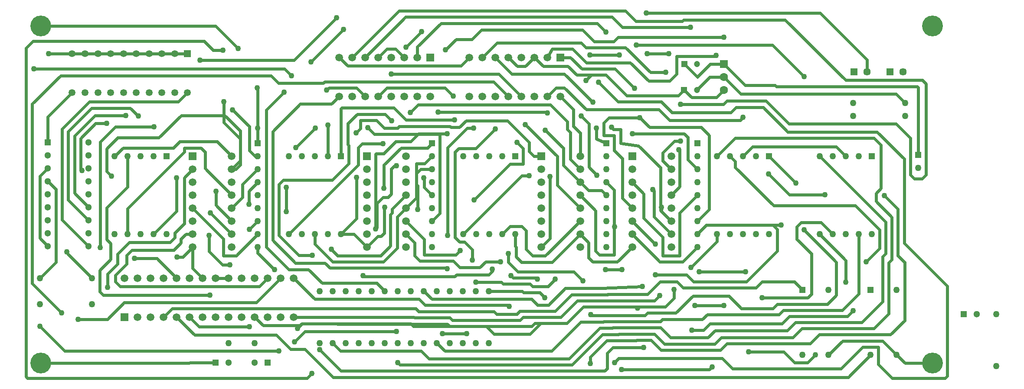
<source format=gbl>
G04*
G04 #@! TF.GenerationSoftware,Altium Limited,Altium Designer,22.10.1 (41)*
G04*
G04 Layer_Physical_Order=2*
G04 Layer_Color=16711680*
%FSLAX44Y44*%
%MOMM*%
G71*
G04*
G04 #@! TF.SameCoordinates,F08F2889-53CF-420F-BFEE-BD02D6E72818*
G04*
G04*
G04 #@! TF.FilePolarity,Positive*
G04*
G01*
G75*
%ADD13C,0.6000*%
%ADD25R,1.3500X1.3500*%
%ADD26C,1.3500*%
%ADD29C,1.2000*%
%ADD30R,1.2000X1.2000*%
%ADD31R,1.3000X1.3000*%
%ADD32C,1.3000*%
%ADD33C,1.4500*%
%ADD34R,1.4500X1.4500*%
%ADD37C,1.2700*%
%ADD38R,1.2700X1.2700*%
%ADD39R,1.2700X1.2700*%
%ADD40C,4.0640*%
%ADD41R,1.5000X1.5000*%
%ADD42C,1.5000*%
%ADD43C,1.6000*%
%ADD44R,1.6000X1.6000*%
%ADD45R,1.5000X1.5000*%
%ADD46C,1.1000*%
D13*
X1249194Y-400794D02*
Y-317198D01*
X1251458Y-403058D02*
X1270400Y-422000D01*
X1249194Y-400794D02*
X1251458Y-403058D01*
X429260Y-261454D02*
Y-245198D01*
Y-303740D02*
Y-261454D01*
Y-312000D02*
Y-303740D01*
X396941Y-214972D02*
Y-188410D01*
Y-229135D02*
Y-214972D01*
X399034D01*
X313690D02*
X396941D01*
X1114087Y-136062D02*
X1143087D01*
X1085755D02*
X1114087D01*
X446601Y-283875D02*
X460563Y-297837D01*
X1159002Y-433158D02*
Y-361402D01*
Y-488150D02*
Y-433158D01*
X1468628Y-429856D02*
X1485141D01*
X1338744D02*
X1468628D01*
X622300Y-101600D02*
X638898Y-118198D01*
X859702D01*
X876300Y-101600D01*
X463400Y-269600D02*
Y-239610D01*
Y-162498D01*
X461772Y-160870D02*
X463400Y-162498D01*
X625600Y-447400D02*
X656082Y-416918D01*
Y-336638D01*
X1016400Y-472800D02*
X1033272Y-455928D01*
Y-334860D01*
X1124204Y-261200D02*
Y-239610D01*
Y-261200D02*
X1143400Y-269600D01*
X965600Y-470854D02*
Y-447400D01*
Y-470854D02*
X967254Y-472508D01*
Y-491446D02*
Y-472508D01*
Y-491446D02*
X977863Y-502055D01*
X1037945D01*
X1092600Y-447400D01*
X1270400Y-371200D02*
X1287018Y-354582D01*
Y-283806D01*
X1285240Y-282028D02*
X1287018Y-283806D01*
X1709635Y-172936D02*
X1727200Y-190500D01*
X1406035Y-172936D02*
X1709635D01*
X1373500Y-140400D02*
X1406035Y-172936D01*
X1345100Y-140400D02*
X1373500D01*
X1320400Y-165100D02*
X1345100Y-140400D01*
X709168Y-357974D02*
Y-312281D01*
X742950Y-278499D01*
X794500D01*
X803400Y-269600D01*
X370672Y-405472D02*
X412600Y-447400D01*
X370586Y-405472D02*
X370672D01*
X381000Y-40000D02*
X425030Y-84030D01*
X40000Y-40000D02*
X381000D01*
X752348Y-81876D02*
X783336Y-50888D01*
X923632Y-148932D02*
X952500Y-177800D01*
X593936Y-148932D02*
X923632D01*
X591120Y-151748D02*
X593936Y-148932D01*
X503536Y-151748D02*
X591120D01*
X489205Y-137418D02*
X503536Y-151748D01*
X78184Y-137418D02*
X489205D01*
X22750Y-192852D02*
X78184Y-137418D01*
X22750Y-543792D02*
Y-192852D01*
Y-543792D02*
X80518Y-601560D01*
X712217Y-212433D02*
X724916Y-225132D01*
X657350Y-212433D02*
X712217D01*
X639400Y-230384D02*
X657350Y-212433D01*
X639400Y-272350D02*
Y-230384D01*
Y-272350D02*
X640950Y-273900D01*
Y-309352D02*
Y-273900D01*
X608838Y-341464D02*
X640950Y-309352D01*
X513058Y-341464D02*
X608838D01*
X504422Y-350100D02*
X513058Y-341464D01*
X504422Y-449702D02*
Y-350100D01*
Y-449702D02*
X543758Y-489038D01*
X569468D01*
X933792Y-133692D02*
X977900Y-177800D01*
X723900Y-133692D02*
X933792D01*
X375890Y-87188D02*
X395456D01*
X358530Y-69828D02*
X375890Y-87188D01*
X24240Y-69828D02*
X358530D01*
X10668Y-83400D02*
X24240Y-69828D01*
X10668Y-726274D02*
Y-83400D01*
Y-726274D02*
X13716Y-729322D01*
X559562D01*
X568706Y-720178D01*
X695794Y-543394D02*
X711200Y-558800D01*
X589026Y-543394D02*
X695794D01*
X562356Y-516724D02*
X589026Y-543394D01*
X524256Y-516724D02*
X562356D01*
X480060Y-472528D02*
X524256Y-516724D01*
X480060Y-472528D02*
Y-204258D01*
X514812Y-169506D01*
X698500Y-177800D02*
X715154Y-161146D01*
X828824D01*
X844550Y-176872D01*
X871982Y-240118D02*
X884682D01*
X834136Y-277964D02*
X871982Y-240118D01*
X834136Y-449922D02*
Y-277964D01*
X1128587Y-150563D02*
X1166665Y-188640D01*
X1251037D01*
X1271896Y-209500D01*
X1386454D01*
X1396479Y-199475D01*
X1449782D01*
X1497707Y-247400D01*
X1672298D01*
X1725250Y-300351D01*
Y-464990D02*
Y-300351D01*
Y-464990D02*
X1809496Y-549236D01*
Y-724750D02*
Y-549236D01*
X1804924Y-729322D02*
X1809496Y-724750D01*
X1701800Y-729322D02*
X1804924D01*
X1674950Y-702472D02*
X1701800Y-729322D01*
X1674950Y-702472D02*
Y-668150D01*
X1644250D02*
X1674950D01*
X1601549Y-710850D02*
X1644250Y-668150D01*
X1390144Y-710850D02*
X1601549D01*
X1369909Y-690615D02*
X1390144Y-710850D01*
X1167760Y-690615D02*
X1369909D01*
X1159787Y-698588D02*
X1167760Y-690615D01*
X656424Y-161124D02*
X673100Y-177800D01*
X602488Y-161124D02*
X656424D01*
X597916Y-165696D02*
X602488Y-161124D01*
X515896Y-123808D02*
X529336Y-137248D01*
X25908Y-123808D02*
X515896D01*
X38354Y-627722D02*
X86614Y-675982D01*
X504444D01*
X535178Y-657948D02*
X555026Y-638101D01*
X733500D01*
X831636Y-513462D02*
X833374Y-515200D01*
X604052Y-513462D02*
X831636D01*
X594360Y-503770D02*
X604052Y-513462D01*
X536702Y-503770D02*
X594360D01*
X492422Y-459490D02*
X536702Y-503770D01*
X492422Y-459490D02*
Y-246719D01*
X546244Y-192896D01*
X607204D01*
X622300Y-177800D01*
X1111504Y-96862D02*
X1169416D01*
X1201928Y-77050D02*
X1467866D01*
X1530096Y-139280D01*
Y-439254D02*
X1592834Y-501992D01*
Y-566508D02*
Y-501992D01*
X1575192Y-584150D02*
X1592834Y-566508D01*
X1477193Y-584150D02*
X1575192D01*
X1468650Y-592692D02*
X1477193Y-584150D01*
X1407249Y-592692D02*
X1468650D01*
X1382941Y-568385D02*
X1407249Y-592692D01*
X1312659Y-568385D02*
X1382941D01*
X1279483Y-601561D02*
X1312659Y-568385D01*
X1224241Y-601561D02*
X1279483D01*
X1219241Y-606561D02*
X1224241Y-601561D01*
X1114981Y-606561D02*
X1219241D01*
X1113272Y-604852D02*
X1114981Y-606561D01*
X1029914Y-550043D02*
X1044188Y-535768D01*
X999580Y-550043D02*
X1029914D01*
X994325Y-544788D02*
X999580Y-550043D01*
X942152Y-544788D02*
X994325D01*
X938788Y-541424D02*
X942152Y-544788D01*
X889000Y-541424D02*
X938788D01*
X567436Y-110531D02*
X630892Y-47075D01*
X1614438Y-608150D02*
X1625092Y-597496D01*
X1501193Y-608150D02*
X1614438D01*
X1486447Y-622896D02*
X1501193Y-608150D01*
X1346392Y-622896D02*
X1486447D01*
X1333692Y-635596D02*
X1346392Y-622896D01*
X1310686Y-635596D02*
X1333692D01*
X1014417Y-562043D02*
X1023874Y-571500D01*
X982325Y-562043D02*
X1014417D01*
X979082Y-558800D02*
X982325Y-562043D01*
X914400Y-558800D02*
X979082D01*
X1153563Y-238248D02*
X1157565Y-242250D01*
X1171364D01*
Y-269914D02*
Y-242250D01*
Y-269914D02*
X1206681Y-274684D01*
X1249194Y-317198D01*
X1073477Y-301277D02*
X1092600Y-320400D01*
X1073477Y-301277D02*
Y-248580D01*
X1067396Y-242500D02*
X1073477Y-248580D01*
X1067396Y-242500D02*
Y-227346D01*
X1034426Y-194376D02*
X1067396Y-227346D01*
X776246Y-194376D02*
X1034426D01*
X761238Y-209384D02*
X776246Y-194376D01*
X957484Y-528758D02*
X961514Y-532788D01*
X1006156D01*
X1008888Y-535520D01*
X951773Y-586609D02*
X954278Y-589114D01*
X789975Y-586609D02*
X951773D01*
X777748Y-574382D02*
X789975Y-586609D01*
X574382Y-574382D02*
X777748D01*
X533400Y-533400D02*
X574382Y-574382D01*
X1237764Y-577408D02*
X1247648Y-567524D01*
X1156045Y-577408D02*
X1237764D01*
X1155892Y-577561D02*
X1156045Y-577408D01*
X1086848Y-577561D02*
X1155892D01*
X1054408Y-610000D02*
X1086848Y-577561D01*
X980778Y-610000D02*
X1054408D01*
X975164Y-615614D02*
X980778Y-610000D01*
X842860Y-615614D02*
X975164D01*
X838200Y-610954D02*
X842860Y-615614D01*
X769227Y-610954D02*
X838200D01*
X767874Y-609600D02*
X769227Y-610954D01*
X533400Y-609600D02*
X767874D01*
X1092600Y-295000D02*
Y-249507D01*
X1079396Y-236303D02*
X1092600Y-249507D01*
X1079396Y-236303D02*
Y-203097D01*
X1054100Y-177800D02*
X1079396Y-203097D01*
X1143087Y-136062D02*
X1183665Y-176640D01*
X1103684Y-146465D02*
X1114087Y-136062D01*
X1003300Y-101600D02*
X1020763Y-119063D01*
X1068756D01*
X1085755Y-136062D01*
X1183665Y-176640D02*
X1283860D01*
X1295400Y-165100D01*
X55186Y-94000D02*
X101000D01*
X367792Y-480910D02*
Y-449668D01*
Y-480910D02*
X394462Y-507580D01*
X408432D01*
X447040Y-438360D02*
X463400Y-422000D01*
X460563Y-297837D02*
X463400Y-295000D01*
X446601Y-283875D02*
Y-236904D01*
X413747Y-204050D02*
X446601Y-236904D01*
X305054Y-402546D02*
Y-337654D01*
X260200Y-447400D02*
X305054Y-402546D01*
X381508Y-390908D02*
X412600Y-422000D01*
X381508Y-390908D02*
Y-363816D01*
X625600Y-295000D02*
Y-202131D01*
X627298Y-200434D01*
X729190D01*
X752641Y-223884D01*
X847322D01*
X847598Y-223608D01*
X524000Y-447400D02*
X659130Y-312270D01*
Y-278218D01*
X666750Y-270598D01*
X707390D01*
X725825Y-397974D02*
X752600Y-371200D01*
X725825Y-406039D02*
Y-397974D01*
X722398Y-409466D02*
X725825Y-406039D01*
X722398Y-470245D02*
Y-409466D01*
X703329Y-489314D02*
X722398Y-470245D01*
X618940Y-489314D02*
X703329D01*
X606552Y-476927D02*
X618940Y-489314D01*
X735838Y-413362D02*
X752600Y-396600D01*
X735838Y-474171D02*
Y-413362D01*
X708547Y-501462D02*
X735838Y-474171D01*
X609397Y-501462D02*
X708547D01*
X574800Y-466865D02*
X609397Y-501462D01*
X574800Y-466865D02*
Y-447400D01*
X752600Y-422000D02*
X788050Y-457450D01*
Y-488150D02*
Y-457450D01*
Y-488150D02*
X849756D01*
X858774Y-479132D01*
X921004Y-519927D02*
Y-515962D01*
X914400Y-526531D02*
X921004Y-519927D01*
X851298Y-526531D02*
X914400D01*
X847248Y-530581D02*
X851298Y-526531D01*
X670681Y-530581D02*
X847248D01*
X668762Y-528662D02*
X670681Y-530581D01*
X1461600Y-295000D02*
X1514094Y-347494D01*
X1156251Y-669225D02*
X1216523D01*
X1145286Y-680189D02*
X1156251Y-669225D01*
X1145286Y-710334D02*
Y-680189D01*
X1140523Y-715098D02*
X1145286Y-710334D01*
X625602Y-715098D02*
X1140523D01*
X584200Y-673696D02*
X625602Y-715098D01*
X1560000Y-295000D02*
X1688950Y-423950D01*
Y-485586D02*
Y-423950D01*
X1683050Y-491486D02*
X1688950Y-485586D01*
X1683050Y-579683D02*
Y-491486D01*
X1642582Y-620150D02*
X1683050Y-579683D01*
X1513193Y-620150D02*
X1642582D01*
X1497133Y-636209D02*
X1513193Y-620150D01*
X1355939Y-636209D02*
X1497133D01*
X1342052Y-650096D02*
X1355939Y-636209D01*
X1269214Y-650096D02*
X1342052D01*
X1249678Y-630561D02*
X1269214Y-650096D01*
X1156466Y-630561D02*
X1249678D01*
X1155548Y-631479D02*
X1156466Y-630561D01*
X1130660Y-631479D02*
X1155548D01*
X1071233Y-690906D02*
X1130660Y-631479D01*
X797362Y-690906D02*
X1071233D01*
X782206Y-675750D02*
X797362Y-690906D01*
X624950Y-675750D02*
X782206D01*
X609600Y-660400D02*
X624950Y-675750D01*
X1360000Y-295000D02*
X1395578Y-259422D01*
X1666240D01*
X1679956Y-273138D01*
Y-357559D02*
Y-273138D01*
X1670050Y-367464D02*
X1679956Y-357559D01*
X1670050Y-383279D02*
Y-367464D01*
Y-383279D02*
X1700950Y-414180D01*
Y-497586D02*
Y-414180D01*
X1695050Y-503486D02*
X1700950Y-497586D01*
X1695050Y-602970D02*
Y-503486D01*
X1665870Y-632150D02*
X1695050Y-602970D01*
X1525193Y-632150D02*
X1665870D01*
X1507946Y-649396D02*
X1525193Y-632150D01*
X1367892Y-649396D02*
X1507946D01*
X1355192Y-662096D02*
X1367892Y-649396D01*
X1257214Y-662096D02*
X1355192D01*
X1237678Y-642561D02*
X1257214Y-662096D01*
X1168466Y-642561D02*
X1237678D01*
X1167548Y-643479D02*
X1168466Y-642561D01*
X1136224Y-643479D02*
X1167548D01*
X1076796Y-702906D02*
X1136224Y-643479D01*
X740664Y-702906D02*
X1076796D01*
X736600Y-698842D02*
X740664Y-702906D01*
X1686814Y-371944D02*
X1712976Y-398106D01*
Y-489800D02*
Y-398106D01*
Y-489800D02*
X1725930Y-502754D01*
Y-616800D02*
Y-502754D01*
X1698580Y-644150D02*
X1725930Y-616800D01*
X1559134Y-644150D02*
X1698580D01*
X1541888Y-661396D02*
X1559134Y-644150D01*
X1378752Y-661396D02*
X1541888D01*
X1366052Y-674096D02*
X1378752Y-661396D01*
X1250588Y-674096D02*
X1366052D01*
X1231138Y-654646D02*
X1250588Y-674096D01*
X1202761Y-654646D02*
X1231138D01*
X1201928Y-655479D02*
X1202761Y-654646D01*
X1144392Y-655479D02*
X1201928D01*
X1112266Y-687605D02*
X1144392Y-655479D01*
X1112266Y-700366D02*
Y-687605D01*
X787400Y-558800D02*
X803209Y-574609D01*
X997982D01*
X1009374Y-586001D01*
X1031074D01*
X1063514Y-553561D01*
X1134450D01*
X1214222Y-549399D01*
X1309156Y-512384D02*
X1360000Y-461539D01*
Y-447400D01*
X812800Y-660400D02*
X828382Y-675982D01*
X1036989D01*
X1093492Y-619479D01*
X1137630D01*
X1138548Y-618561D01*
X1249165D01*
X1253190Y-614536D01*
X1330752D01*
X1340596Y-604692D01*
X1480650D01*
X1489193Y-596150D01*
X1604086D01*
X1636200Y-564036D01*
Y-447400D01*
X1316251Y-587336D02*
X1372870D01*
X1141730Y-516724D02*
X1174242D01*
X823722Y-642454D02*
X870919D01*
X1421130Y-678014D02*
X1490210D01*
X1511046Y-698850D01*
X1536692D01*
X1551940Y-683602D01*
X1611376Y-541150D02*
Y-498776D01*
X1560000Y-447400D02*
X1611376Y-498776D01*
X1059772Y-312972D02*
X1092600Y-345800D01*
X1059772Y-312972D02*
Y-279115D01*
X1024738Y-244080D02*
X1059772Y-279115D01*
X978318Y-333082D02*
X992970D01*
X864000Y-447400D02*
X978318Y-333082D01*
X952754Y-502279D02*
Y-485354D01*
Y-502279D02*
X971263Y-520788D01*
X1080008D01*
X1097788Y-538568D01*
X1159002Y-433158D02*
X1159510D01*
X1143400Y-345800D02*
X1159002Y-361402D01*
X1615810Y-727290D02*
X1659600Y-683500D01*
X610362Y-727290D02*
X1615810D01*
X555520Y-672448D02*
X610362Y-727290D01*
X527050Y-672448D02*
X555520D01*
X499596Y-644994D02*
X527050Y-672448D01*
X340194Y-644994D02*
X499596D01*
X304800Y-609600D02*
X340194Y-644994D01*
X266534Y-495134D02*
X304800Y-533400D01*
X222250Y-495134D02*
X266534D01*
X155362Y-473798D02*
Y-267167D01*
X185205Y-237324D01*
X260840D01*
X350012Y-107044D02*
X534140D01*
X617474Y-23710D01*
X1221994Y-14566D02*
X1561084D01*
X1652700Y-106182D01*
Y-130000D02*
Y-106182D01*
X53625Y-217575D02*
X101000Y-170200D01*
X53625Y-267600D02*
Y-217575D01*
X146683Y-230849D02*
X168402D01*
X117348Y-260184D02*
X146683Y-230849D01*
X117348Y-320128D02*
Y-260184D01*
Y-320128D02*
X120142Y-322922D01*
X105348Y-366948D02*
X133000Y-394600D01*
X105348Y-366948D02*
Y-255213D01*
X145335Y-215226D01*
X205974D01*
X93348Y-380348D02*
X133000Y-420000D01*
X93348Y-380348D02*
Y-246291D01*
X139079Y-200560D01*
X214276D01*
X229958Y-216242D01*
X814832Y-208876D02*
X1027430D01*
X1028700Y-210146D01*
X1126283Y-34679D02*
X1143254Y-51650D01*
X820834Y-34679D02*
X1126283D01*
X774700Y-80812D02*
X820834Y-34679D01*
X774700Y-101600D02*
Y-80812D01*
X1325118Y-520788D02*
X1415796D01*
X1223518Y-94068D02*
X1265428D01*
X1175258Y-43014D02*
X1307846D01*
X1154923Y-22679D02*
X1175258Y-43014D01*
X752021Y-22679D02*
X1154923D01*
X673100Y-101600D02*
X752021Y-22679D01*
X901700Y-101600D02*
X930200Y-73100D01*
X1094619D01*
X1103880Y-82362D01*
X1181100D01*
X1229667Y-130928D01*
X1259536D01*
X1321200Y-447400D02*
X1338744Y-429856D01*
X1468628D02*
X1477010Y-438238D01*
Y-480348D02*
Y-438238D01*
X1417036Y-540322D02*
X1477010Y-480348D01*
X1313641Y-540322D02*
X1417036D01*
X1299950Y-526630D02*
X1313641Y-540322D01*
X1239012Y-526630D02*
X1299950D01*
X1238886Y-466686D02*
X1239012D01*
X1194200Y-422000D02*
X1238886Y-466686D01*
X1356360Y-99148D02*
X1357630Y-97878D01*
X1280668Y-99148D02*
X1356360D01*
X1280668Y-134200D02*
Y-99148D01*
X1266952Y-147916D02*
X1280668Y-134200D01*
X1226388Y-147916D02*
X1266952D01*
X1190534Y-112062D02*
X1226388Y-147916D01*
X1104900Y-112062D02*
X1190534D01*
X1077937Y-85100D02*
X1104900Y-112062D01*
X1037590Y-85100D02*
X1077937D01*
X1028700Y-101600D02*
X1037590Y-85100D01*
X1061445Y-133671D02*
X1117092Y-189318D01*
X959171Y-133671D02*
X1061445D01*
X927100Y-101600D02*
X959171Y-133671D01*
X1292699Y-501300D02*
X1321200Y-472800D01*
X1248100Y-501300D02*
X1292699D01*
X1194200Y-447400D02*
X1248100Y-501300D01*
X112776Y-613752D02*
X169672D01*
X202328Y-581096D01*
X460304D01*
X508000Y-533400D01*
X1385400Y-295000D02*
X1395222Y-304822D01*
Y-316572D02*
Y-304822D01*
Y-316572D02*
X1470406Y-391756D01*
X1629918D01*
X1676950Y-438788D01*
Y-475534D02*
Y-438788D01*
X1650746Y-501738D02*
X1676950Y-475534D01*
X1460246Y-329526D02*
X1501394Y-370674D01*
X1570482D01*
X1344422Y-712558D02*
X1350010Y-706970D01*
X1173734Y-712558D02*
X1344422D01*
X789194Y-309206D02*
X803400Y-295000D01*
X772668Y-309206D02*
X789194D01*
X772668Y-349592D02*
Y-309206D01*
Y-349592D02*
X775716Y-352640D01*
Y-398884D02*
Y-352640D01*
X803400Y-422000D02*
X818896Y-406504D01*
Y-253326D01*
X817204Y-251634D02*
X818896Y-253326D01*
X690712Y-251634D02*
X817204D01*
X678012Y-238934D02*
X690712Y-251634D01*
X600200Y-295000D02*
Y-233878D01*
X1275588Y-572604D02*
Y-555586D01*
X1258632Y-589561D02*
X1275588Y-572604D01*
X1098866Y-589561D02*
X1258632D01*
X1066292Y-622134D02*
X1098866Y-589561D01*
X1004062Y-622134D02*
X1066292D01*
X998474Y-627722D02*
X1004062Y-622134D01*
X767334Y-627722D02*
X998474D01*
X762000Y-622388D02*
X767334Y-627722D01*
X549050Y-622388D02*
X762000D01*
X545338Y-626101D02*
X549050Y-622388D01*
X473700Y-626101D02*
X545338D01*
X457200Y-609600D02*
X473700Y-626101D01*
X330200Y-609600D02*
X349084Y-628484D01*
X446532D01*
X540766Y-631532D02*
X549910Y-622388D01*
X617982D01*
X618998Y-623404D01*
X833374D01*
X837692Y-627722D01*
X908812D01*
X924306Y-643216D01*
X994918D01*
X1016000Y-622134D01*
X1066292D01*
X1098866Y-589561D01*
X1167892D01*
X1168045Y-589408D01*
X1202222D01*
X1204722Y-591908D01*
X1251458Y-403058D02*
Y-394804D01*
X693166Y-437222D02*
X695706Y-434682D01*
Y-387184D01*
X707544Y-375346D01*
X717550D01*
X723900Y-368996D01*
Y-319839D01*
X730250Y-313489D01*
X733806D01*
X885698Y-380326D02*
X955674Y-310350D01*
X980950D01*
Y-279488D01*
X969265Y-267803D02*
X980950Y-279488D01*
X985774Y-233006D02*
X1047772Y-295004D01*
Y-351772D02*
Y-295004D01*
Y-351772D02*
X1092600Y-396600D01*
X1109704Y-316042D02*
X1125474Y-331812D01*
X1109704Y-316042D02*
Y-231714D01*
X1094508Y-216518D02*
X1109704Y-231714D01*
X1054100Y-101600D02*
X1073556D01*
X1096019Y-124062D02*
X1160802D01*
X1198880Y-162140D01*
X1148886Y-219290D02*
X1208786D01*
X1138726Y-229450D02*
X1148886Y-219290D01*
X1138726Y-254250D02*
Y-229450D01*
Y-254250D02*
X1159256D01*
Y-284060D02*
Y-254250D01*
Y-284060D02*
X1174750Y-299554D01*
Y-377150D02*
Y-299554D01*
Y-377150D02*
X1194200Y-396600D01*
X466002Y-549998D02*
X482600Y-533400D01*
X194564Y-549998D02*
X466002D01*
X185166Y-540600D02*
X194564Y-549998D01*
X185166Y-540600D02*
Y-527900D01*
X207010Y-506056D01*
Y-488530D01*
X217170Y-478370D01*
X299466D01*
X313436Y-464400D01*
Y-457034D01*
X323070Y-447400D01*
X336400D01*
X317114Y-492086D02*
X336400Y-472800D01*
X305308Y-492086D02*
X317114D01*
X463400Y-484316D02*
Y-472800D01*
Y-484316D02*
X495808Y-516724D01*
X161908Y-566508D02*
X370078D01*
X155050Y-559650D02*
X161908Y-566508D01*
X155050Y-559650D02*
Y-518050D01*
X176276Y-496824D01*
Y-465670D01*
X168402Y-457796D02*
X176276Y-465670D01*
X168402Y-457796D02*
Y-395820D01*
X209400Y-354822D01*
Y-295000D01*
X168650Y-324700D02*
X177546Y-333596D01*
X168650Y-324700D02*
Y-280202D01*
X189938Y-258914D01*
X269748D01*
X313690Y-214972D01*
X399034D02*
X429260Y-245198D01*
X412600Y-320400D02*
X429260Y-303740D01*
X170301Y-551135D02*
Y-524985D01*
X189291Y-505995D01*
Y-486392D01*
X212123Y-463560D01*
X292100D01*
X301322Y-454339D01*
Y-445098D01*
X319786Y-426633D01*
Y-337014D01*
X336400Y-320400D01*
X1234694Y-360260D02*
X1236871Y-362437D01*
Y-413871D02*
Y-362437D01*
Y-413871D02*
X1270400Y-447400D01*
X184000Y-295000D02*
X200501Y-278499D01*
X298425D01*
X310425Y-266500D01*
X384100D01*
X412600Y-295000D01*
X209400Y-447400D02*
Y-396986D01*
X319786Y-286600D01*
Y-278499D01*
X352325D01*
X360426Y-286600D01*
Y-319026D02*
Y-286600D01*
Y-319026D02*
X412600Y-371200D01*
X1302866Y-302066D02*
X1321200Y-320400D01*
X1302866Y-302066D02*
Y-257994D01*
X1295400Y-250528D02*
X1302866Y-257994D01*
X1194200Y-250528D02*
X1295400D01*
X1073556Y-101600D02*
X1096019Y-124062D01*
X1208786Y-219290D02*
X1228024Y-238528D01*
X1328862D01*
X1344422Y-254088D01*
Y-398778D02*
Y-254088D01*
X1321200Y-422000D02*
X1344422Y-398778D01*
X647700Y-101600D02*
X738798Y-10502D01*
X1181100D01*
X1201420Y-30822D01*
X1292098D01*
X1294638Y-28282D01*
X1492900D01*
X1610868Y-146250D01*
X1760982D01*
X1768094Y-153362D01*
Y-331050D02*
Y-153362D01*
X1760220Y-338924D02*
X1768094Y-331050D01*
X1745124Y-338924D02*
X1760220D01*
X1737250Y-331050D02*
X1745124Y-338924D01*
X1737250Y-331050D02*
Y-259422D01*
X1709310Y-231482D02*
X1737250Y-259422D01*
X1500124Y-231482D02*
X1709310D01*
X1455420Y-186778D02*
X1500124Y-231482D01*
X1378966Y-186778D02*
X1455420D01*
X1372616Y-193128D02*
X1378966Y-186778D01*
X1288288Y-193128D02*
X1372616D01*
X1276801Y-265264D02*
X1288288D01*
X1253899Y-288165D02*
X1276801Y-265264D01*
X1253899Y-303899D02*
Y-288165D01*
Y-303899D02*
X1270400Y-320400D01*
X882396Y-497928D02*
Y-478116D01*
X867156Y-462876D02*
X882396Y-478116D01*
X857250Y-462876D02*
X867156D01*
X848636Y-454262D02*
X857250Y-462876D01*
X848636Y-454262D02*
Y-286578D01*
X855726Y-279488D01*
X889000D01*
X927100Y-241388D01*
X1447546Y-572096D02*
X1536700D01*
X1543812Y-564984D01*
Y-485596D01*
X1515364Y-457148D02*
X1543812Y-485596D01*
X1515364Y-457148D02*
Y-432650D01*
X1523492Y-424522D01*
X1562522D01*
X1585400Y-447400D01*
X1510954Y-540854D02*
X1526600Y-556500D01*
X1447314Y-540854D02*
X1510954D01*
X1435847Y-552322D02*
X1447314Y-540854D01*
X1293321Y-552322D02*
X1435847D01*
X1281854Y-540854D02*
X1293321Y-552322D01*
X1248619Y-540854D02*
X1281854D01*
X1224066Y-565408D02*
X1248619Y-540854D01*
X1146603Y-565408D02*
X1224066D01*
X1146450Y-565561D02*
X1146603Y-565408D01*
X1076214Y-565561D02*
X1146450D01*
X1043774Y-598000D02*
X1076214Y-565561D01*
X974621Y-598000D02*
X1043774D01*
X969007Y-603614D02*
X974621Y-598000D01*
X929503Y-603614D02*
X969007D01*
X924498Y-598609D02*
X929503Y-603614D01*
X777440Y-598609D02*
X924498D01*
X771926Y-593096D02*
X777440Y-598609D01*
X295904Y-593096D02*
X771926D01*
X279400Y-609600D02*
X295904Y-593096D01*
X1028700Y-177800D02*
X1045376Y-161124D01*
X1061655D01*
X1104349Y-203818D01*
X1246554D01*
X1267173Y-224438D01*
X1405060D01*
X1410716Y-218782D01*
X1166618Y-61810D02*
X1372870D01*
X1158066Y-70362D02*
X1166618Y-61810D01*
X1119967Y-70362D02*
X1158066D01*
X1097181Y-47576D02*
X1119967Y-70362D01*
X900211Y-47576D02*
X1097181D01*
X881656Y-66131D02*
X900211Y-47576D01*
X850389Y-66131D02*
X881656D01*
X829564Y-86956D02*
X850389Y-66131D01*
X777240Y-251040D02*
X833120D01*
X761780Y-266500D02*
X777240Y-251040D01*
X732317Y-266500D02*
X761780D01*
X709327Y-289489D02*
X732317Y-266500D01*
X694269Y-289489D02*
X709327D01*
X692912Y-290846D02*
X694269Y-289489D01*
X692912Y-437222D02*
Y-290846D01*
X1295800Y-114300D02*
X1321288Y-139788D01*
X1346075Y-115000D01*
X1373500D01*
X53625Y-343800D02*
X69342Y-359517D01*
Y-502158D02*
Y-359517D01*
X38100Y-533400D02*
X69342Y-502158D01*
X518922Y-403186D02*
Y-356196D01*
X537718Y-277710D02*
X575818Y-239610D01*
X90170Y-483870D02*
X139700Y-533400D01*
X90170Y-483870D02*
Y-481945D01*
X1002302Y-295000D02*
X1016400D01*
X992950Y-285648D02*
X1002302Y-295000D01*
X992950Y-285648D02*
Y-267650D01*
X950432Y-225132D02*
X992950Y-267650D01*
X869950Y-225132D02*
X950432D01*
X856742Y-238340D02*
X869950Y-225132D01*
X840486Y-238340D02*
X856742D01*
X838454Y-236308D02*
X840486Y-238340D01*
X739388Y-236308D02*
X838454D01*
X736062Y-239634D02*
X739388Y-236308D01*
X710387Y-239634D02*
X736062D01*
X695187Y-224433D02*
X710387Y-239634D01*
X663512Y-224433D02*
X695187D01*
X663512Y-240816D02*
Y-224433D01*
X654812Y-249516D02*
X663512Y-240816D01*
X1092600Y-371200D02*
X1122934Y-401534D01*
Y-480784D02*
Y-401534D01*
Y-480784D02*
X1130300Y-488150D01*
X1159002D01*
X412600Y-320400D02*
X420860D01*
X429260Y-312000D01*
X396941Y-229135D02*
X429260Y-261454D01*
X1726900Y-700000D02*
X1780000D01*
X1710400Y-683500D02*
X1726900Y-700000D01*
X336400Y-396600D02*
X396100Y-456299D01*
Y-489300D02*
Y-456299D01*
Y-489300D02*
X421500D01*
X463400Y-447400D01*
X1092600Y-345800D02*
X1109010Y-362210D01*
X1134410D01*
X1143400Y-371200D01*
X38100Y-333925D02*
X53625Y-318400D01*
X38100Y-455275D02*
Y-333925D01*
Y-455275D02*
X53625Y-470800D01*
X781050Y-320400D02*
X803400D01*
X772668Y-328782D02*
X781050Y-320400D01*
X772668Y-376532D02*
Y-328782D01*
X752600Y-396600D02*
X772668Y-376532D01*
X787908Y-355708D02*
X803400Y-371200D01*
X787908Y-355708D02*
Y-337908D01*
X787400Y-337400D02*
X787908Y-337908D01*
X1194200Y-345800D02*
X1216660Y-368260D01*
Y-416394D02*
Y-368260D01*
Y-416394D02*
X1253744Y-453478D01*
Y-489300D02*
Y-453478D01*
Y-489300D02*
X1286900D01*
Y-405499D01*
X1321200Y-371200D01*
X330551Y-698500D02*
X381000D01*
X329052Y-700000D02*
X330551Y-698500D01*
X40000Y-700000D02*
X329052D01*
X940200Y-447400D02*
X955712Y-431888D01*
X978408D01*
X986994Y-440474D01*
Y-477100D02*
Y-440474D01*
Y-477100D02*
X999949Y-490055D01*
X1024545D01*
X1092600Y-422000D01*
X307666Y-188534D02*
X326000Y-170200D01*
X134134Y-188534D02*
X307666D01*
X81348Y-241320D02*
X134134Y-188534D01*
X81348Y-419148D02*
Y-241320D01*
Y-419148D02*
X133000Y-470800D01*
X625600Y-447400D02*
X651000D01*
X676400Y-472800D01*
X1752600Y-292100D02*
Y-160108D01*
X1750742Y-158250D02*
X1752600Y-160108D01*
X1475185Y-158250D02*
X1750742D01*
X1473216Y-156282D02*
X1475185Y-158250D01*
X1414781Y-156282D02*
X1473216D01*
X1373500Y-115000D02*
X1414781Y-156282D01*
X1092600Y-447400D02*
X1109218Y-464018D01*
Y-493514D02*
Y-464018D01*
Y-493514D02*
X1117600Y-501896D01*
X1165104D01*
X1194200Y-472800D01*
X710184Y-395820D02*
X710946Y-395058D01*
X710184Y-445350D02*
Y-395820D01*
X703786Y-451748D02*
X710184Y-445350D01*
X697451Y-451748D02*
X703786D01*
X676400Y-472800D02*
X697451Y-451748D01*
X752600Y-447400D02*
X769112Y-463912D01*
Y-489800D02*
Y-463912D01*
Y-489800D02*
X779526Y-500214D01*
X844804D01*
X857250Y-512660D01*
X896874D01*
X908304Y-501230D01*
X937006D01*
X1577400Y-683500D02*
X1604750Y-656150D01*
X1683050D01*
X1710400Y-683500D01*
X1592240Y-276440D02*
X1610800Y-295000D01*
X1429360Y-276440D02*
X1592240D01*
X1410800Y-295000D02*
X1429360Y-276440D01*
X952500Y-101600D02*
X970071Y-119171D01*
X985729D01*
X1003300Y-101600D01*
X433578Y-350222D02*
X463400Y-320400D01*
X433578Y-375622D02*
Y-350222D01*
X412600Y-396600D02*
X433578Y-375622D01*
X445770Y-388708D02*
Y-363430D01*
X463400Y-345800D01*
X1359148Y-180152D02*
X1373500Y-165800D01*
X1310452Y-180152D02*
X1359148D01*
X1295400Y-165100D02*
X1310452Y-180152D01*
X336400Y-514200D02*
X355600Y-533400D01*
X336400Y-514200D02*
Y-472800D01*
X732624Y-84924D02*
X749300Y-101600D01*
X715176Y-84924D02*
X732624D01*
X698500Y-101600D02*
X715176Y-84924D01*
X251000Y-94000D02*
X276000D01*
X301000D01*
X326000D01*
X381000Y-533400D02*
X406400D01*
X226000Y-94000D02*
X251000D01*
X201000D02*
X226000D01*
X176000D02*
X201000D01*
X101000D02*
X126000D01*
X151000D02*
X176000D01*
X126000D02*
X151000D01*
D25*
X326000D02*
D03*
D26*
X301000D02*
D03*
X276000D02*
D03*
X251000D02*
D03*
X226000D02*
D03*
X201000D02*
D03*
X176000D02*
D03*
X151000D02*
D03*
X126000D02*
D03*
X101000D02*
D03*
Y-170200D02*
D03*
X126000D02*
D03*
X151000D02*
D03*
X176000D02*
D03*
X201000D02*
D03*
X226000D02*
D03*
X251000D02*
D03*
X276000D02*
D03*
X301000D02*
D03*
X326000D02*
D03*
D29*
X1320400Y-165100D02*
D03*
X1320800Y-114300D02*
D03*
D30*
X1295400Y-165100D02*
D03*
X1295800Y-114300D02*
D03*
D31*
X1841500Y-604100D02*
D03*
X381000Y-698500D02*
D03*
X482600D02*
D03*
X53625Y-267600D02*
D03*
D32*
X1866900Y-604100D02*
D03*
X406400Y-698500D02*
D03*
X457200D02*
D03*
X53625Y-293000D02*
D03*
Y-318400D02*
D03*
Y-343800D02*
D03*
Y-369200D02*
D03*
Y-394600D02*
D03*
Y-420000D02*
D03*
Y-445400D02*
D03*
Y-470800D02*
D03*
X133000D02*
D03*
Y-445400D02*
D03*
Y-420000D02*
D03*
Y-394600D02*
D03*
Y-369200D02*
D03*
Y-343800D02*
D03*
Y-318400D02*
D03*
Y-293000D02*
D03*
Y-267600D02*
D03*
D33*
X1722700Y-130000D02*
D03*
X1652700D02*
D03*
D34*
X1697300D02*
D03*
X1627300D02*
D03*
D37*
X1905000Y-604100D02*
D03*
Y-705700D02*
D03*
X463400Y-295000D02*
D03*
Y-320400D02*
D03*
Y-345800D02*
D03*
Y-371200D02*
D03*
Y-396600D02*
D03*
Y-422000D02*
D03*
Y-447400D02*
D03*
Y-472800D02*
D03*
X803400Y-295000D02*
D03*
Y-320400D02*
D03*
Y-345800D02*
D03*
Y-371200D02*
D03*
Y-396600D02*
D03*
Y-422000D02*
D03*
Y-447400D02*
D03*
Y-472800D02*
D03*
X1143400Y-295000D02*
D03*
Y-320400D02*
D03*
Y-345800D02*
D03*
Y-371200D02*
D03*
Y-396600D02*
D03*
Y-422000D02*
D03*
Y-447400D02*
D03*
Y-472800D02*
D03*
X1321200Y-295000D02*
D03*
Y-320400D02*
D03*
Y-345800D02*
D03*
Y-371200D02*
D03*
Y-396600D02*
D03*
Y-422000D02*
D03*
Y-447400D02*
D03*
Y-472800D02*
D03*
X1526600Y-683500D02*
D03*
X1577400Y-556500D02*
D03*
Y-683500D02*
D03*
X1659600D02*
D03*
X1710400Y-556500D02*
D03*
Y-683500D02*
D03*
X1752600Y-317500D02*
D03*
X406400Y-660400D02*
D03*
X457200D02*
D03*
X584200D02*
D03*
Y-558800D02*
D03*
X609600D02*
D03*
Y-660400D02*
D03*
X635000D02*
D03*
Y-558800D02*
D03*
X660400D02*
D03*
Y-660400D02*
D03*
X685800D02*
D03*
Y-558800D02*
D03*
X711200D02*
D03*
Y-660400D02*
D03*
X736600D02*
D03*
Y-558800D02*
D03*
X762000D02*
D03*
Y-660400D02*
D03*
X787400Y-558800D02*
D03*
Y-660400D02*
D03*
X812800Y-558800D02*
D03*
Y-660400D02*
D03*
X838200Y-558800D02*
D03*
Y-660400D02*
D03*
X863600Y-558800D02*
D03*
Y-660400D02*
D03*
X889000D02*
D03*
Y-558800D02*
D03*
X914400D02*
D03*
Y-660400D02*
D03*
X1727200Y-190500D02*
D03*
X1625600D02*
D03*
X1727200Y-215900D02*
D03*
X1625600D02*
D03*
X38100Y-533400D02*
D03*
X139700D02*
D03*
X38100Y-584200D02*
D03*
X139700D02*
D03*
X184000Y-447400D02*
D03*
X209400D02*
D03*
X234800D02*
D03*
X260200D02*
D03*
X285600D02*
D03*
X184000Y-295000D02*
D03*
X209400D02*
D03*
X260200D02*
D03*
X234800D02*
D03*
X524000Y-447400D02*
D03*
X549400D02*
D03*
X574800D02*
D03*
X600200D02*
D03*
X625600D02*
D03*
X524000Y-295000D02*
D03*
X549400D02*
D03*
X600200D02*
D03*
X574800D02*
D03*
X864000Y-447400D02*
D03*
X889400D02*
D03*
X914800D02*
D03*
X940200D02*
D03*
X965600D02*
D03*
X864000Y-295000D02*
D03*
X889400D02*
D03*
X940200D02*
D03*
X914800D02*
D03*
X1360000Y-447400D02*
D03*
X1385400D02*
D03*
X1410800D02*
D03*
X1436200D02*
D03*
X1461600D02*
D03*
X1360000Y-295000D02*
D03*
X1385400D02*
D03*
X1436200D02*
D03*
X1410800D02*
D03*
X1560000Y-447400D02*
D03*
X1585400D02*
D03*
X1610800D02*
D03*
X1636200D02*
D03*
X1661600D02*
D03*
X1560000Y-295000D02*
D03*
X1585400D02*
D03*
X1636200D02*
D03*
X1610800D02*
D03*
D38*
X463400Y-269600D02*
D03*
X803400D02*
D03*
X1143400D02*
D03*
X1321200D02*
D03*
X1526600Y-556500D02*
D03*
X1659600D02*
D03*
X1752600Y-292100D02*
D03*
D39*
X285600Y-295000D02*
D03*
X625600D02*
D03*
X965600D02*
D03*
X1461600D02*
D03*
X1661600D02*
D03*
D40*
X40000Y-40000D02*
D03*
X1780000D02*
D03*
Y-700000D02*
D03*
X40000D02*
D03*
D41*
X1054100Y-101600D02*
D03*
X203200Y-609600D02*
D03*
X800100Y-101600D02*
D03*
D42*
X1028700D02*
D03*
X1003300D02*
D03*
X977900D02*
D03*
X952500D02*
D03*
X927100D02*
D03*
X901700D02*
D03*
X876300D02*
D03*
X1054100Y-177800D02*
D03*
X1028700D02*
D03*
X1003300D02*
D03*
X977900D02*
D03*
X952500D02*
D03*
X927100D02*
D03*
X901700D02*
D03*
X876300D02*
D03*
X228600Y-609600D02*
D03*
X254000D02*
D03*
X279400D02*
D03*
X304800D02*
D03*
X330200D02*
D03*
X355600D02*
D03*
X381000D02*
D03*
X406400D02*
D03*
X431800D02*
D03*
X457200D02*
D03*
X482600D02*
D03*
X508000D02*
D03*
X533400D02*
D03*
X203200Y-533400D02*
D03*
X228600D02*
D03*
X254000D02*
D03*
X279400D02*
D03*
X304800D02*
D03*
X330200D02*
D03*
X355600D02*
D03*
X381000D02*
D03*
X406400D02*
D03*
X431800D02*
D03*
X457200D02*
D03*
X482600D02*
D03*
X508000D02*
D03*
X533400D02*
D03*
X336400Y-320400D02*
D03*
Y-345800D02*
D03*
Y-371200D02*
D03*
Y-396600D02*
D03*
Y-422000D02*
D03*
Y-447400D02*
D03*
Y-472800D02*
D03*
X412600Y-295000D02*
D03*
Y-320400D02*
D03*
Y-345800D02*
D03*
Y-371200D02*
D03*
Y-396600D02*
D03*
Y-422000D02*
D03*
Y-447400D02*
D03*
Y-472800D02*
D03*
X622300Y-177800D02*
D03*
X647700D02*
D03*
X673100D02*
D03*
X698500D02*
D03*
X723900D02*
D03*
X749300D02*
D03*
X774700D02*
D03*
X800100D02*
D03*
X622300Y-101600D02*
D03*
X647700D02*
D03*
X673100D02*
D03*
X698500D02*
D03*
X723900D02*
D03*
X749300D02*
D03*
X774700D02*
D03*
X1270400Y-472800D02*
D03*
Y-447400D02*
D03*
Y-422000D02*
D03*
Y-396600D02*
D03*
Y-371200D02*
D03*
Y-345800D02*
D03*
Y-320400D02*
D03*
Y-295000D02*
D03*
X1194200Y-472800D02*
D03*
Y-447400D02*
D03*
Y-422000D02*
D03*
Y-396600D02*
D03*
Y-371200D02*
D03*
Y-345800D02*
D03*
Y-320400D02*
D03*
X1092600Y-472800D02*
D03*
Y-447400D02*
D03*
Y-422000D02*
D03*
Y-396600D02*
D03*
Y-371200D02*
D03*
Y-345800D02*
D03*
Y-320400D02*
D03*
Y-295000D02*
D03*
X1016400Y-472800D02*
D03*
Y-447400D02*
D03*
Y-422000D02*
D03*
Y-396600D02*
D03*
Y-371200D02*
D03*
Y-345800D02*
D03*
Y-320400D02*
D03*
X752600Y-472800D02*
D03*
Y-447400D02*
D03*
Y-422000D02*
D03*
Y-396600D02*
D03*
Y-371200D02*
D03*
Y-345800D02*
D03*
Y-320400D02*
D03*
Y-295000D02*
D03*
X676400Y-472800D02*
D03*
Y-447400D02*
D03*
Y-422000D02*
D03*
Y-396600D02*
D03*
Y-371200D02*
D03*
Y-345800D02*
D03*
Y-320400D02*
D03*
D43*
X1373500Y-165800D02*
D03*
Y-140400D02*
D03*
D44*
Y-115000D02*
D03*
D45*
X336400Y-295000D02*
D03*
X1194200D02*
D03*
X1016400D02*
D03*
X676400D02*
D03*
D46*
X461772Y-160870D02*
D03*
X656082Y-336638D02*
D03*
X463400Y-239610D02*
D03*
X1033272Y-334860D02*
D03*
X1124204Y-239610D02*
D03*
X1285240Y-282028D02*
D03*
X709168Y-357974D02*
D03*
X370586Y-405472D02*
D03*
X425030Y-84030D02*
D03*
X783336Y-50888D02*
D03*
X752348Y-81876D02*
D03*
X80518Y-601560D02*
D03*
X724916Y-225132D02*
D03*
X569468Y-489038D02*
D03*
X723900Y-133692D02*
D03*
X395456Y-87188D02*
D03*
X568706Y-720178D02*
D03*
X514812Y-169506D02*
D03*
X844550Y-176872D02*
D03*
X884682Y-240118D02*
D03*
X834136Y-449922D02*
D03*
X1128587Y-150563D02*
D03*
X1159787Y-698588D02*
D03*
X597916Y-165696D02*
D03*
X529336Y-137248D02*
D03*
X25908Y-123808D02*
D03*
X38354Y-627722D02*
D03*
X504444Y-675982D02*
D03*
X535178Y-657948D02*
D03*
X733500Y-638101D02*
D03*
X833374Y-515200D02*
D03*
X1111504Y-96862D02*
D03*
X1169416D02*
D03*
X1201928Y-77050D02*
D03*
X1530096Y-139280D02*
D03*
Y-439254D02*
D03*
X1113272Y-604852D02*
D03*
X1044188Y-535768D02*
D03*
X889000Y-541424D02*
D03*
X567436Y-110531D02*
D03*
X630892Y-47075D02*
D03*
X1625092Y-597496D02*
D03*
X1310686Y-635596D02*
D03*
X1023874Y-571500D02*
D03*
X1153563Y-238248D02*
D03*
X761238Y-209384D02*
D03*
X957484Y-528758D02*
D03*
X1008888Y-535520D02*
D03*
X954278Y-589114D02*
D03*
X1247648Y-567524D02*
D03*
X1103684Y-146465D02*
D03*
X55186Y-94000D02*
D03*
X367792Y-449668D02*
D03*
X408432Y-507580D02*
D03*
X447040Y-438360D02*
D03*
X413747Y-204050D02*
D03*
X305054Y-337654D02*
D03*
X381508Y-363816D02*
D03*
X847598Y-223608D02*
D03*
X707390Y-270598D02*
D03*
X606552Y-476927D02*
D03*
X858774Y-479132D02*
D03*
X921004Y-515962D02*
D03*
X668762Y-528662D02*
D03*
X1514094Y-347494D02*
D03*
X1216523Y-669225D02*
D03*
X584200Y-673696D02*
D03*
X736600Y-698842D02*
D03*
X1686814Y-371944D02*
D03*
X1112266Y-700366D02*
D03*
X1214222Y-549399D02*
D03*
X1309156Y-512384D02*
D03*
X1372870Y-587336D02*
D03*
X1316251D02*
D03*
X1174242Y-516724D02*
D03*
X1141730D02*
D03*
X870919Y-642454D02*
D03*
X823722D02*
D03*
X1421130Y-678014D02*
D03*
X1551940Y-683602D02*
D03*
X1611376Y-541150D02*
D03*
X1024738Y-244080D02*
D03*
X992970Y-333082D02*
D03*
X952754Y-485354D02*
D03*
X1097788Y-538568D02*
D03*
X1159510Y-433158D02*
D03*
X222250Y-495134D02*
D03*
X155362Y-473798D02*
D03*
X260840Y-237324D02*
D03*
X350012Y-107044D02*
D03*
X617474Y-23710D02*
D03*
X1221994Y-14566D02*
D03*
X168402Y-230849D02*
D03*
X120142Y-322922D02*
D03*
X205974Y-215226D02*
D03*
X229958Y-216242D02*
D03*
X814832Y-208876D02*
D03*
X1028700Y-210146D02*
D03*
X1143254Y-51650D02*
D03*
X1325118Y-520788D02*
D03*
X1415796D02*
D03*
X1265428Y-94068D02*
D03*
X1223518D02*
D03*
X1307846Y-43014D02*
D03*
X1259536Y-130928D02*
D03*
X1239012Y-526630D02*
D03*
Y-466686D02*
D03*
X1485141Y-429856D02*
D03*
X1357630Y-97878D02*
D03*
X1117092Y-189318D02*
D03*
X112776Y-613752D02*
D03*
X1650746Y-501738D02*
D03*
X1460246Y-329526D02*
D03*
X1570482Y-370674D02*
D03*
X1350010Y-706970D02*
D03*
X1173734Y-712558D02*
D03*
X775716Y-398884D02*
D03*
X678012Y-238934D02*
D03*
X600200Y-233878D02*
D03*
X1275588Y-555586D02*
D03*
X446532Y-628484D02*
D03*
X540766Y-631532D02*
D03*
X1204722Y-591908D02*
D03*
X1251458Y-394804D02*
D03*
X693166Y-437222D02*
D03*
X733806Y-313489D02*
D03*
X885698Y-380326D02*
D03*
X969265Y-267803D02*
D03*
X985774Y-233006D02*
D03*
X1125474Y-331812D02*
D03*
X1094508Y-216518D02*
D03*
X305308Y-492086D02*
D03*
X495808Y-516724D02*
D03*
X370078Y-566508D02*
D03*
X177546Y-333596D02*
D03*
X170301Y-551135D02*
D03*
X1234694Y-360260D02*
D03*
X1194200Y-250528D02*
D03*
X1198880Y-162140D02*
D03*
X1208786Y-219290D02*
D03*
X1288288Y-193128D02*
D03*
Y-265264D02*
D03*
X882396Y-497928D02*
D03*
X927100Y-241388D02*
D03*
X1447546Y-572096D02*
D03*
X1410716Y-218782D02*
D03*
X1372870Y-61810D02*
D03*
X829564Y-86956D02*
D03*
X833120Y-251040D02*
D03*
X692912Y-437222D02*
D03*
X518922Y-403186D02*
D03*
Y-356196D02*
D03*
X537718Y-277710D02*
D03*
X575818Y-239610D02*
D03*
X90170Y-481945D02*
D03*
X654812Y-249516D02*
D03*
X396941Y-188410D02*
D03*
X787400Y-337400D02*
D03*
X710946Y-395058D02*
D03*
X937006Y-501230D02*
D03*
X445770Y-388708D02*
D03*
M02*

</source>
